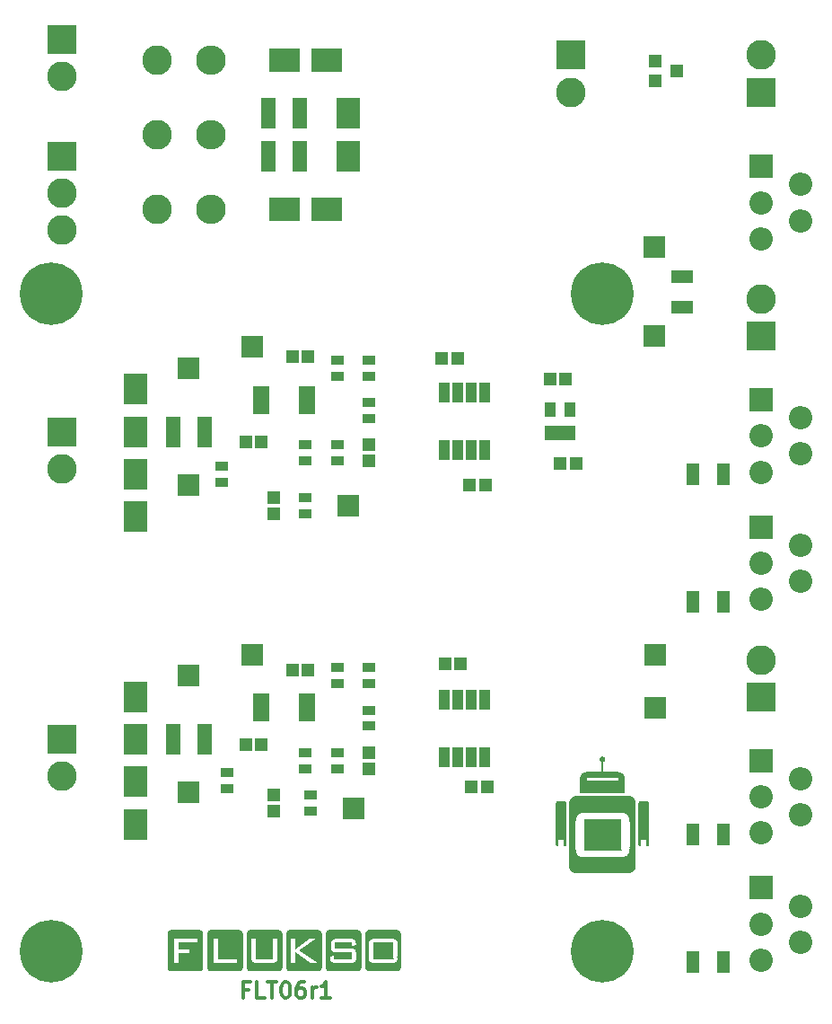
<source format=gts>
%TF.GenerationSoftware,KiCad,Pcbnew,4.0.7-e2-6376~58~ubuntu16.04.1*%
%TF.CreationDate,2017-09-12T10:21:48+02:00*%
%TF.ProjectId,flt06,666C7430362E6B696361645F70636200,1*%
%TF.FileFunction,Soldermask,Top*%
%FSLAX46Y46*%
G04 Gerber Fmt 4.6, Leading zero omitted, Abs format (unit mm)*
G04 Created by KiCad (PCBNEW 4.0.7-e2-6376~58~ubuntu16.04.1) date Tue Sep 12 10:21:48 2017*
%MOMM*%
%LPD*%
G01*
G04 APERTURE LIST*
%ADD10C,0.100000*%
%ADD11C,0.300000*%
%ADD12R,2.100000X2.100000*%
%ADD13C,5.900000*%
%ADD14R,1.400000X2.900000*%
%ADD15R,1.150000X1.200000*%
%ADD16R,1.200000X1.150000*%
%ADD17R,2.900000X2.200000*%
%ADD18R,2.200000X2.900000*%
%ADD19C,2.800000*%
%ADD20R,2.800000X2.800000*%
%ADD21O,2.800000X2.800000*%
%ADD22R,1.300000X0.900000*%
%ADD23R,2.100000X1.300000*%
%ADD24R,1.300000X2.100000*%
%ADD25R,1.500000X0.800000*%
%ADD26R,1.000000X1.950000*%
%ADD27R,1.050000X1.460000*%
%ADD28R,2.200000X2.200000*%
%ADD29O,2.200000X2.200000*%
%ADD30R,1.300000X1.200000*%
G04 APERTURE END LIST*
D10*
D11*
X127628573Y-149592857D02*
X127128573Y-149592857D01*
X127128573Y-150378571D02*
X127128573Y-148878571D01*
X127842859Y-148878571D01*
X129128573Y-150378571D02*
X128414287Y-150378571D01*
X128414287Y-148878571D01*
X129414287Y-148878571D02*
X130271430Y-148878571D01*
X129842859Y-150378571D02*
X129842859Y-148878571D01*
X131057144Y-148878571D02*
X131200001Y-148878571D01*
X131342858Y-148950000D01*
X131414287Y-149021429D01*
X131485716Y-149164286D01*
X131557144Y-149450000D01*
X131557144Y-149807143D01*
X131485716Y-150092857D01*
X131414287Y-150235714D01*
X131342858Y-150307143D01*
X131200001Y-150378571D01*
X131057144Y-150378571D01*
X130914287Y-150307143D01*
X130842858Y-150235714D01*
X130771430Y-150092857D01*
X130700001Y-149807143D01*
X130700001Y-149450000D01*
X130771430Y-149164286D01*
X130842858Y-149021429D01*
X130914287Y-148950000D01*
X131057144Y-148878571D01*
X132842858Y-148878571D02*
X132557144Y-148878571D01*
X132414287Y-148950000D01*
X132342858Y-149021429D01*
X132200001Y-149235714D01*
X132128572Y-149521429D01*
X132128572Y-150092857D01*
X132200001Y-150235714D01*
X132271429Y-150307143D01*
X132414287Y-150378571D01*
X132700001Y-150378571D01*
X132842858Y-150307143D01*
X132914287Y-150235714D01*
X132985715Y-150092857D01*
X132985715Y-149735714D01*
X132914287Y-149592857D01*
X132842858Y-149521429D01*
X132700001Y-149450000D01*
X132414287Y-149450000D01*
X132271429Y-149521429D01*
X132200001Y-149592857D01*
X132128572Y-149735714D01*
X133628572Y-150378571D02*
X133628572Y-149378571D01*
X133628572Y-149664286D02*
X133700000Y-149521429D01*
X133771429Y-149450000D01*
X133914286Y-149378571D01*
X134057143Y-149378571D01*
X135342857Y-150378571D02*
X134485714Y-150378571D01*
X134914286Y-150378571D02*
X134914286Y-148878571D01*
X134771429Y-149092857D01*
X134628571Y-149235714D01*
X134485714Y-149307143D01*
D10*
G36*
X163579097Y-136117203D02*
X163603733Y-138580494D01*
X163663701Y-138566009D01*
X163721405Y-138546209D01*
X163776567Y-138521372D01*
X163828911Y-138491775D01*
X163878158Y-138457694D01*
X163924032Y-138419407D01*
X163966254Y-138377190D01*
X164004548Y-138331320D01*
X164038637Y-138282075D01*
X164068242Y-138229731D01*
X164093086Y-138174566D01*
X164112892Y-138116855D01*
X164127383Y-138056876D01*
X164136281Y-137994906D01*
X164139308Y-137931222D01*
X164139308Y-131980477D01*
X164136281Y-131916793D01*
X164127383Y-131854823D01*
X164112892Y-131794843D01*
X164093086Y-131737132D01*
X164068242Y-131681966D01*
X164038637Y-131629622D01*
X164004548Y-131580377D01*
X163966254Y-131534508D01*
X163924032Y-131492291D01*
X163878158Y-131454004D01*
X163828911Y-131419923D01*
X163776567Y-131390326D01*
X163721405Y-131365489D01*
X163663701Y-131345690D01*
X163603733Y-131331204D01*
X163541778Y-131322310D01*
X163478115Y-131319284D01*
X158519166Y-131319284D01*
X158455482Y-131322310D01*
X158393512Y-131331204D01*
X158333533Y-131345690D01*
X158275822Y-131365489D01*
X158220656Y-131390326D01*
X158168312Y-131419923D01*
X158119067Y-131454004D01*
X158073197Y-131492291D01*
X158030981Y-131534508D01*
X157992693Y-131580377D01*
X157958612Y-131629622D01*
X157929015Y-131681966D01*
X157904178Y-131737132D01*
X157884378Y-131794843D01*
X157869893Y-131854823D01*
X157860998Y-131916793D01*
X157857972Y-131980477D01*
X157857972Y-137931222D01*
X157860998Y-137994906D01*
X157869893Y-138056876D01*
X157884378Y-138116855D01*
X157904178Y-138174566D01*
X157929015Y-138229731D01*
X157958612Y-138282075D01*
X157992693Y-138331320D01*
X158030981Y-138377190D01*
X158073197Y-138419407D01*
X158119067Y-138457694D01*
X158168312Y-138491775D01*
X158220656Y-138521372D01*
X158275822Y-138546209D01*
X158333533Y-138566009D01*
X158393512Y-138580494D01*
X158455482Y-138589389D01*
X158519166Y-138592415D01*
X163478115Y-138592415D01*
X163541778Y-138589389D01*
X163603733Y-138580494D01*
X163579097Y-136117203D01*
X162785665Y-136483968D01*
X162785665Y-133528475D01*
X159274762Y-133528475D01*
X159274762Y-136483968D01*
X162785665Y-136483968D01*
X163579097Y-136117203D01*
X163577805Y-136203534D01*
X163573927Y-136285513D01*
X163567465Y-136363141D01*
X163558420Y-136436421D01*
X163546791Y-136505356D01*
X163532581Y-136569947D01*
X163515788Y-136630197D01*
X163496415Y-136686110D01*
X163474461Y-136737686D01*
X163449928Y-136784929D01*
X163422815Y-136827842D01*
X163393124Y-136866426D01*
X163360856Y-136900684D01*
X163325068Y-136931518D01*
X163284820Y-136959880D01*
X163240110Y-136985772D01*
X163190938Y-137009195D01*
X163137304Y-137030149D01*
X163079207Y-137048634D01*
X163016648Y-137064653D01*
X162949624Y-137078205D01*
X162878137Y-137089291D01*
X162802185Y-137097913D01*
X162721769Y-137104070D01*
X162636887Y-137107763D01*
X162547540Y-137108994D01*
X159512626Y-137108994D01*
X159421902Y-137107791D01*
X159335804Y-137104180D01*
X159254335Y-137098162D01*
X159177496Y-137089736D01*
X159105289Y-137078904D01*
X159037714Y-137065664D01*
X158974773Y-137050018D01*
X158916469Y-137031964D01*
X158862801Y-137011504D01*
X158813772Y-136988637D01*
X158769383Y-136963363D01*
X158729636Y-136935682D01*
X158694531Y-136905594D01*
X158662959Y-136872045D01*
X158633920Y-136833980D01*
X158607414Y-136791399D01*
X158583439Y-136744302D01*
X158561994Y-136692690D01*
X158543077Y-136636561D01*
X158526686Y-136575916D01*
X158512821Y-136510755D01*
X158501480Y-136441077D01*
X158492662Y-136366884D01*
X158486365Y-136288173D01*
X158482588Y-136204946D01*
X158481329Y-136117203D01*
X158481329Y-133905295D01*
X158482620Y-133818983D01*
X158486491Y-133736945D01*
X158492944Y-133659182D01*
X158501978Y-133585695D01*
X158513593Y-133516485D01*
X158527789Y-133451553D01*
X158544566Y-133390901D01*
X158563925Y-133334528D01*
X158585865Y-133282436D01*
X158610387Y-133234627D01*
X158637490Y-133191101D01*
X158667174Y-133151859D01*
X158699440Y-133116902D01*
X158735230Y-133085379D01*
X158775483Y-133056373D01*
X158820201Y-133029887D01*
X158869380Y-133005921D01*
X158923021Y-132984474D01*
X158981122Y-132965549D01*
X159043682Y-132949145D01*
X159110700Y-132935263D01*
X159182175Y-132923904D01*
X159258107Y-132915068D01*
X159338493Y-132908756D01*
X159423333Y-132904968D01*
X159512626Y-132903706D01*
X162547540Y-132903706D01*
X162636887Y-132904968D01*
X162721769Y-132908756D01*
X162802185Y-132915068D01*
X162878137Y-132923904D01*
X162949624Y-132935263D01*
X163016648Y-132949145D01*
X163079207Y-132965549D01*
X163137304Y-132984474D01*
X163190938Y-133005921D01*
X163240110Y-133029887D01*
X163284820Y-133056373D01*
X163325068Y-133085379D01*
X163360856Y-133116902D01*
X163393124Y-133151859D01*
X163422815Y-133191101D01*
X163449928Y-133234627D01*
X163474461Y-133282436D01*
X163496415Y-133334528D01*
X163515788Y-133390901D01*
X163532581Y-133451553D01*
X163546791Y-133516485D01*
X163558420Y-133585695D01*
X163567465Y-133659182D01*
X163573927Y-133736945D01*
X163577805Y-133818983D01*
X163579097Y-133905295D01*
X163579097Y-136117203D01*
X163579097Y-136117203D01*
G37*
G36*
X157585300Y-135962889D02*
X157574905Y-136014367D01*
X157546555Y-136056419D01*
X157504505Y-136084779D01*
X157453008Y-136095180D01*
X157345548Y-136095180D01*
X157345386Y-135437876D01*
X157284427Y-135437651D01*
X157101614Y-135437651D01*
X156914672Y-135437651D01*
X156864903Y-135437876D01*
X156864906Y-136095180D01*
X156758477Y-136095180D01*
X156706981Y-136084779D01*
X156664930Y-136056419D01*
X156636581Y-136014367D01*
X156626185Y-135962889D01*
X156626185Y-131977602D01*
X156636581Y-131926106D01*
X156664930Y-131884055D01*
X156706981Y-131855706D01*
X156758477Y-131845311D01*
X157453008Y-131845311D01*
X157504505Y-131855706D01*
X157546555Y-131884055D01*
X157574905Y-131926106D01*
X157585300Y-131977602D01*
X157585300Y-135962889D01*
X157585300Y-135962889D01*
G37*
G36*
X161264663Y-127872168D02*
X161257674Y-127932825D01*
X161237765Y-127988512D01*
X161206528Y-128037639D01*
X161165550Y-128078616D01*
X161116423Y-128109854D01*
X161060737Y-128129762D01*
X161000080Y-128136752D01*
X160939409Y-128129762D01*
X160883717Y-128109854D01*
X160834591Y-128078616D01*
X160793619Y-128037639D01*
X160762387Y-127988512D01*
X160742484Y-127932825D01*
X160735497Y-127872168D01*
X160742484Y-127811512D01*
X160762387Y-127755825D01*
X160793619Y-127706698D01*
X160834591Y-127665721D01*
X160883717Y-127634483D01*
X160939409Y-127614575D01*
X161000080Y-127607585D01*
X161060737Y-127614575D01*
X161116423Y-127634483D01*
X161165550Y-127665721D01*
X161206528Y-127706698D01*
X161237765Y-127755825D01*
X161257674Y-127811512D01*
X161264663Y-127872168D01*
X161264663Y-127872168D01*
G37*
G36*
X162488361Y-129700911D02*
X162467591Y-129074113D01*
X162565859Y-129079376D01*
X162653793Y-129094397D01*
X162731967Y-129118029D01*
X162800956Y-129149125D01*
X162861333Y-129186535D01*
X162913672Y-129229111D01*
X162958548Y-129275707D01*
X162996535Y-129325172D01*
X163028206Y-129376360D01*
X163054137Y-129428122D01*
X163074900Y-129479309D01*
X163091071Y-129528775D01*
X163103223Y-129575370D01*
X163111930Y-129617947D01*
X163117767Y-129655357D01*
X163121307Y-129686452D01*
X163123125Y-129710084D01*
X163123795Y-129725106D01*
X163123890Y-129730368D01*
X163123890Y-131058488D01*
X158876226Y-131058488D01*
X158876226Y-129730368D01*
X158881488Y-129632107D01*
X158896509Y-129544179D01*
X158920142Y-129466010D01*
X158951237Y-129397026D01*
X158988647Y-129336653D01*
X159031224Y-129284318D01*
X159077819Y-129239445D01*
X159127284Y-129201461D01*
X159178472Y-129169791D01*
X159230234Y-129143862D01*
X159281422Y-129123100D01*
X159330887Y-129106931D01*
X159377482Y-129094780D01*
X159420059Y-129086073D01*
X159457469Y-129080237D01*
X159488564Y-129076697D01*
X159512197Y-129074879D01*
X159527218Y-129074209D01*
X159532480Y-129074113D01*
X162467591Y-129074113D01*
X162488361Y-129700911D01*
X162474469Y-129656389D01*
X162437960Y-129624754D01*
X162386585Y-129612717D01*
X159613575Y-129612717D01*
X159562200Y-129624754D01*
X159525691Y-129656389D01*
X159511799Y-129700911D01*
X159511799Y-129789061D01*
X159525691Y-129833595D01*
X159562200Y-129865252D01*
X159613575Y-129877300D01*
X162386585Y-129877300D01*
X162437960Y-129865252D01*
X162474469Y-129833595D01*
X162488361Y-129789061D01*
X162488361Y-129700911D01*
X162488361Y-129700911D01*
G37*
G36*
X161066230Y-129315047D02*
X160933939Y-129315047D01*
X160933939Y-127826766D01*
X161066230Y-127826766D01*
X161066230Y-129315047D01*
X161066230Y-129315047D01*
G37*
G36*
X165373815Y-135963162D02*
X165363419Y-136014640D01*
X165335070Y-136056692D01*
X165293019Y-136085052D01*
X165241523Y-136095454D01*
X165134062Y-136095454D01*
X165133901Y-135438149D01*
X165072942Y-135437924D01*
X164890128Y-135437924D01*
X164703186Y-135437924D01*
X164653417Y-135438149D01*
X164653420Y-136095454D01*
X164546992Y-136095454D01*
X164495495Y-136085052D01*
X164453445Y-136056692D01*
X164425095Y-136014640D01*
X164414700Y-135963162D01*
X164414700Y-131977876D01*
X164425095Y-131926379D01*
X164453445Y-131884329D01*
X164495495Y-131855979D01*
X164546992Y-131845584D01*
X165241523Y-131845584D01*
X165293019Y-131855979D01*
X165335070Y-131884329D01*
X165363419Y-131926379D01*
X165373815Y-131977876D01*
X165373815Y-135963162D01*
X165373815Y-135963162D01*
G37*
G36*
X122815484Y-145138461D02*
X123003726Y-143959760D01*
X120357893Y-143959760D01*
X120294493Y-143965443D01*
X120234816Y-143981828D01*
X120179860Y-144007920D01*
X120130622Y-144042721D01*
X120088099Y-144085238D01*
X120053290Y-144134474D01*
X120027191Y-144189433D01*
X120010800Y-144249120D01*
X120005115Y-144312538D01*
X120005115Y-147487538D01*
X120010800Y-147550954D01*
X120027191Y-147610639D01*
X120053290Y-147665598D01*
X120088099Y-147714834D01*
X120130622Y-147757351D01*
X120179860Y-147792154D01*
X120234816Y-147818247D01*
X120294493Y-147834632D01*
X120357893Y-147840316D01*
X123003726Y-147840316D01*
X123067144Y-147834632D01*
X123126831Y-147818247D01*
X123181790Y-147792154D01*
X123231026Y-147757351D01*
X123273542Y-147714834D01*
X123308344Y-147665598D01*
X123334436Y-147610639D01*
X123350821Y-147550954D01*
X123356504Y-147487538D01*
X123356504Y-144312538D01*
X123350821Y-144249120D01*
X123334436Y-144189433D01*
X123308344Y-144134474D01*
X123273542Y-144085238D01*
X123231026Y-144042721D01*
X123181790Y-144007920D01*
X123126831Y-143981828D01*
X123067144Y-143965443D01*
X123003726Y-143959760D01*
X122815484Y-145138461D01*
X121005707Y-145138461D01*
X121005707Y-145831617D01*
X122026972Y-145831617D01*
X122026972Y-146159797D01*
X121005707Y-146159797D01*
X121005707Y-147048832D01*
X120582374Y-147048832D01*
X120582374Y-144805113D01*
X122815484Y-144805113D01*
X122815484Y-145138461D01*
X122815484Y-145138461D01*
G37*
G36*
X126507317Y-147048836D02*
X126731455Y-143959755D01*
X124085621Y-143959755D01*
X124022203Y-143965438D01*
X123962516Y-143981823D01*
X123907557Y-144007914D01*
X123858322Y-144042716D01*
X123815805Y-144085233D01*
X123781003Y-144134469D01*
X123754911Y-144189428D01*
X123738526Y-144249114D01*
X123732843Y-144312533D01*
X123732843Y-147487533D01*
X123738526Y-147550951D01*
X123754911Y-147610638D01*
X123781003Y-147665597D01*
X123815805Y-147714832D01*
X123858322Y-147757349D01*
X123907557Y-147792151D01*
X123962516Y-147818242D01*
X124022203Y-147834627D01*
X124085621Y-147840310D01*
X126731455Y-147840310D01*
X126794854Y-147834627D01*
X126854531Y-147818242D01*
X126909487Y-147792151D01*
X126958725Y-147757349D01*
X127001248Y-147714832D01*
X127036057Y-147665597D01*
X127062156Y-147610638D01*
X127078547Y-147550951D01*
X127084232Y-147487533D01*
X127084232Y-144312533D01*
X127078547Y-144249114D01*
X127062156Y-144189428D01*
X127036057Y-144134469D01*
X127001248Y-144085233D01*
X126958725Y-144042716D01*
X126909487Y-144007914D01*
X126854531Y-143981823D01*
X126794854Y-143965438D01*
X126731455Y-143959755D01*
X126507317Y-147048836D01*
X124337663Y-147048836D01*
X124337663Y-144805116D01*
X124760997Y-144805116D01*
X124760997Y-146710187D01*
X126507317Y-146710187D01*
X126507317Y-147048836D01*
X126507317Y-147048836D01*
G37*
G36*
X130361346Y-146519669D02*
X130459118Y-143959684D01*
X127813285Y-143959684D01*
X127749885Y-143965368D01*
X127690208Y-143981753D01*
X127635252Y-144007846D01*
X127586014Y-144042649D01*
X127543491Y-144085166D01*
X127508682Y-144134402D01*
X127482583Y-144189361D01*
X127466192Y-144249046D01*
X127460507Y-144312462D01*
X127460507Y-147487533D01*
X127466192Y-147550951D01*
X127482583Y-147610638D01*
X127508682Y-147665597D01*
X127543491Y-147714832D01*
X127586014Y-147757349D01*
X127635252Y-147792151D01*
X127690208Y-147818242D01*
X127749885Y-147834627D01*
X127813285Y-147840310D01*
X130459118Y-147840310D01*
X130522518Y-147834627D01*
X130582194Y-147818242D01*
X130637151Y-147792151D01*
X130686389Y-147757349D01*
X130728911Y-147714832D01*
X130763721Y-147665597D01*
X130789820Y-147610638D01*
X130806211Y-147550951D01*
X130811896Y-147487533D01*
X130811896Y-144312462D01*
X130806211Y-144249046D01*
X130789820Y-144189361D01*
X130763721Y-144134402D01*
X130728911Y-144085166D01*
X130686389Y-144042649D01*
X130637151Y-144007846D01*
X130582194Y-143981753D01*
X130522518Y-143965368D01*
X130459118Y-143959684D01*
X130361346Y-146519669D01*
X130359026Y-146603365D01*
X130352070Y-146679054D01*
X130340480Y-146746744D01*
X130324261Y-146806445D01*
X130303417Y-146858164D01*
X130277951Y-146901911D01*
X130247866Y-146937693D01*
X130211134Y-146967196D01*
X130165904Y-146992152D01*
X130112174Y-147012565D01*
X130049940Y-147028438D01*
X129979200Y-147039772D01*
X129899953Y-147046570D01*
X129812194Y-147048836D01*
X128423414Y-147048836D01*
X128336993Y-147046570D01*
X128258752Y-147039772D01*
X128188698Y-147028438D01*
X128126833Y-147012565D01*
X128073165Y-146992152D01*
X128027696Y-146967196D01*
X127990432Y-146937693D01*
X127959590Y-146901911D01*
X127933503Y-146858164D01*
X127912167Y-146806445D01*
X127895578Y-146746744D01*
X127883734Y-146679054D01*
X127876630Y-146603365D01*
X127874262Y-146519669D01*
X127874262Y-144805116D01*
X128297596Y-144805116D01*
X128297596Y-146715355D01*
X129938012Y-146715355D01*
X129938012Y-144805116D01*
X130361346Y-144805116D01*
X130361346Y-146519669D01*
X130361346Y-146519669D01*
G37*
G36*
X133501068Y-147048836D02*
X131188098Y-147487533D01*
X131193783Y-147550951D01*
X131210174Y-147610638D01*
X131236273Y-147665597D01*
X131271083Y-147714832D01*
X131313605Y-147757349D01*
X131362843Y-147792151D01*
X131417799Y-147818242D01*
X131477476Y-147834627D01*
X131540876Y-147840310D01*
X134186709Y-147840310D01*
X134250109Y-147834627D01*
X134309786Y-147818242D01*
X134364742Y-147792151D01*
X134413980Y-147757349D01*
X134456502Y-147714832D01*
X134491312Y-147665597D01*
X134517411Y-147610638D01*
X134533802Y-147550951D01*
X134539487Y-147487533D01*
X134539487Y-144312533D01*
X134533802Y-144249114D01*
X134517411Y-144189428D01*
X134491312Y-144134469D01*
X134456502Y-144085233D01*
X134413980Y-144042716D01*
X134364742Y-144007914D01*
X134309786Y-143981823D01*
X134250109Y-143965438D01*
X134186709Y-143959755D01*
X131540876Y-143959755D01*
X131477476Y-143965438D01*
X131417799Y-143981823D01*
X131362843Y-144007914D01*
X131313605Y-144042716D01*
X131271083Y-144085233D01*
X131236273Y-144134469D01*
X131210174Y-144189428D01*
X131193783Y-144249114D01*
X131188098Y-144312533D01*
X131188098Y-147487533D01*
X133501068Y-147048836D01*
X132003482Y-146043349D01*
X132003482Y-147048836D01*
X131580149Y-147048836D01*
X131580149Y-144805116D01*
X132003482Y-144805116D01*
X132003482Y-145768155D01*
X133421622Y-144805116D01*
X134009015Y-144805116D01*
X132352750Y-145889908D01*
X134194223Y-147048836D01*
X133501068Y-147048836D01*
X133501068Y-147048836D01*
G37*
G36*
X137785457Y-146517602D02*
X137914371Y-143959760D01*
X135268537Y-143959760D01*
X135205138Y-143965443D01*
X135145461Y-143981828D01*
X135090505Y-144007920D01*
X135041267Y-144042721D01*
X134998744Y-144085238D01*
X134963935Y-144134474D01*
X134937836Y-144189433D01*
X134921445Y-144249120D01*
X134915760Y-144312538D01*
X134915760Y-147487538D01*
X134921445Y-147550954D01*
X134937836Y-147610639D01*
X134963935Y-147665598D01*
X134998744Y-147714834D01*
X135041267Y-147757351D01*
X135090505Y-147792154D01*
X135145461Y-147818247D01*
X135205138Y-147834632D01*
X135268537Y-147840316D01*
X137914371Y-147840316D01*
X137977789Y-147834632D01*
X138037476Y-147818247D01*
X138092435Y-147792154D01*
X138141671Y-147757351D01*
X138184187Y-147714834D01*
X138218989Y-147665598D01*
X138245081Y-147610639D01*
X138261466Y-147550954D01*
X138267149Y-147487538D01*
X138267149Y-144312538D01*
X138261466Y-144249120D01*
X138245081Y-144189433D01*
X138218989Y-144134474D01*
X138184187Y-144085238D01*
X138141671Y-144042721D01*
X138092435Y-144007920D01*
X138037476Y-143981828D01*
X137977789Y-143965443D01*
X137914371Y-143959760D01*
X137785457Y-146517602D01*
X137783133Y-146601591D01*
X137776162Y-146677566D01*
X137764548Y-146745527D01*
X137748292Y-146805472D01*
X137727398Y-146857401D01*
X137701867Y-146901315D01*
X137671704Y-146937213D01*
X137635009Y-146966828D01*
X137590012Y-146991886D01*
X137536711Y-147012388D01*
X137475104Y-147028333D01*
X137405191Y-147039722D01*
X137326971Y-147046555D01*
X137240442Y-147048832D01*
X135875148Y-147048832D01*
X135787171Y-147046597D01*
X135707738Y-147039895D01*
X135636844Y-147028728D01*
X135574485Y-147013101D01*
X135520658Y-146993017D01*
X135475360Y-146968478D01*
X135438585Y-146939489D01*
X135408373Y-146904198D01*
X135382815Y-146860925D01*
X135361910Y-146809670D01*
X135345654Y-146750434D01*
X135334045Y-146683216D01*
X135327082Y-146608016D01*
X135324761Y-146524834D01*
X135324761Y-146461448D01*
X135711168Y-146382073D01*
X135711168Y-146715351D01*
X137404431Y-146715351D01*
X137404431Y-146080422D01*
X135959832Y-146080422D01*
X135873295Y-146078153D01*
X135795058Y-146071347D01*
X135725126Y-146060007D01*
X135663506Y-146044135D01*
X135610203Y-146023733D01*
X135565226Y-145998804D01*
X135528579Y-145969350D01*
X135498390Y-145933582D01*
X135472848Y-145889824D01*
X135451954Y-145838076D01*
X135435704Y-145778338D01*
X135424099Y-145710610D01*
X135417137Y-145634892D01*
X135414817Y-145551185D01*
X135414817Y-145339518D01*
X135417137Y-145254439D01*
X135424099Y-145177561D01*
X135435704Y-145108884D01*
X135451954Y-145048407D01*
X135472848Y-144996132D01*
X135498390Y-144952058D01*
X135528579Y-144916185D01*
X135565226Y-144886708D01*
X135610203Y-144861771D01*
X135663506Y-144841370D01*
X135725126Y-144825505D01*
X135795058Y-144814175D01*
X135873295Y-144807378D01*
X135959832Y-144805113D01*
X137208683Y-144805113D01*
X137291228Y-144807273D01*
X137366537Y-144813752D01*
X137434613Y-144824551D01*
X137495458Y-144839671D01*
X137549074Y-144859109D01*
X137595463Y-144882868D01*
X137634627Y-144910946D01*
X137667617Y-144944767D01*
X137695535Y-144985698D01*
X137718379Y-145033745D01*
X137736148Y-145088914D01*
X137748842Y-145151210D01*
X137756459Y-145220641D01*
X137758999Y-145297211D01*
X137758999Y-145350198D01*
X137372733Y-145434742D01*
X137372733Y-145138461D01*
X135801082Y-145138461D01*
X135801082Y-145715174D01*
X137240442Y-145715174D01*
X137326971Y-145717451D01*
X137405191Y-145724284D01*
X137475104Y-145735673D01*
X137536711Y-145751618D01*
X137590012Y-145772119D01*
X137635009Y-145797177D01*
X137671704Y-145826792D01*
X137701867Y-145862717D01*
X137727398Y-145906649D01*
X137748292Y-145958592D01*
X137764548Y-146018544D01*
X137776162Y-146086508D01*
X137783133Y-146162485D01*
X137785457Y-146246475D01*
X137785457Y-146517602D01*
X137785457Y-146517602D01*
G37*
G36*
X141695985Y-146519669D02*
X141705507Y-147834627D01*
X141765184Y-147818242D01*
X141820140Y-147792151D01*
X141869378Y-147757349D01*
X141911901Y-147714832D01*
X141946710Y-147665597D01*
X141972809Y-147610638D01*
X141989200Y-147550951D01*
X141994885Y-147487533D01*
X141994885Y-144312533D01*
X141989200Y-144249114D01*
X141972809Y-144189428D01*
X141946710Y-144134469D01*
X141911901Y-144085233D01*
X141869378Y-144042716D01*
X141820140Y-144007914D01*
X141765184Y-143981823D01*
X141705507Y-143965438D01*
X141642107Y-143959755D01*
X138996274Y-143959755D01*
X138932856Y-143965438D01*
X138873169Y-143981823D01*
X138818210Y-144007914D01*
X138768974Y-144042716D01*
X138726458Y-144085233D01*
X138691656Y-144134469D01*
X138665564Y-144189428D01*
X138649179Y-144249114D01*
X138643496Y-144312533D01*
X138643496Y-147487533D01*
X138649179Y-147550951D01*
X138665564Y-147610638D01*
X138691656Y-147665597D01*
X138726458Y-147714832D01*
X138768974Y-147757349D01*
X138818210Y-147792151D01*
X138873169Y-147818242D01*
X138932856Y-147834627D01*
X138996274Y-147840310D01*
X141642107Y-147840310D01*
X141705507Y-147834627D01*
X141695985Y-146519669D01*
X141272652Y-146715355D01*
X141272652Y-145138465D01*
X139399420Y-145138465D01*
X139399420Y-146715355D01*
X141272652Y-146715355D01*
X141695985Y-146519669D01*
X141693607Y-146603365D01*
X141686472Y-146679054D01*
X141674584Y-146746744D01*
X141657945Y-146806445D01*
X141636556Y-146858164D01*
X141610421Y-146901911D01*
X141579542Y-146937693D01*
X141542187Y-146967196D01*
X141496622Y-146992152D01*
X141442846Y-147012565D01*
X141380857Y-147028438D01*
X141310654Y-147039772D01*
X141232235Y-147046570D01*
X141145599Y-147048836D01*
X139526332Y-147048836D01*
X139438400Y-147046621D01*
X139358985Y-147039976D01*
X139288093Y-147028902D01*
X139225727Y-147013398D01*
X139171893Y-146993466D01*
X139126595Y-146969104D01*
X139089840Y-146940313D01*
X139059631Y-146905152D01*
X139034084Y-146861681D01*
X139013192Y-146809900D01*
X138996951Y-146749809D01*
X138985356Y-146681406D01*
X138978403Y-146604693D01*
X138976086Y-146519669D01*
X138976086Y-145339513D01*
X138978461Y-145255804D01*
X138985586Y-145179961D01*
X138997460Y-145111988D01*
X139014084Y-145051889D01*
X139035459Y-144999667D01*
X139061584Y-144955326D01*
X139092459Y-144918869D01*
X139129818Y-144888703D01*
X139175390Y-144863172D01*
X139229172Y-144842277D01*
X139291161Y-144826023D01*
X139361353Y-144814409D01*
X139439744Y-144807440D01*
X139526332Y-144805116D01*
X141145599Y-144805116D01*
X141232235Y-144807440D01*
X141310654Y-144814409D01*
X141380857Y-144826023D01*
X141442846Y-144842277D01*
X141496622Y-144863172D01*
X141542187Y-144888703D01*
X141579542Y-144918869D01*
X141610421Y-144955326D01*
X141636556Y-144999667D01*
X141657945Y-145051889D01*
X141674584Y-145111988D01*
X141686472Y-145179961D01*
X141693607Y-145255804D01*
X141695985Y-145339513D01*
X141695985Y-146519669D01*
X141695985Y-146519669D01*
G37*
D12*
X122000000Y-102000000D03*
D13*
X161000000Y-84000000D03*
X161000000Y-146000000D03*
X109000000Y-84000000D03*
X109000000Y-146000000D03*
D14*
X132500000Y-67000000D03*
X129500000Y-67000000D03*
X129500000Y-71000000D03*
X132500000Y-71000000D03*
D15*
X130000000Y-103250000D03*
X130000000Y-104750000D03*
D14*
X120500000Y-97000000D03*
X123500000Y-97000000D03*
D16*
X131750000Y-89900000D03*
X133250000Y-89900000D03*
X145850000Y-90100000D03*
X147350000Y-90100000D03*
X157550000Y-92000000D03*
X156050000Y-92000000D03*
X128850000Y-98000000D03*
X127350000Y-98000000D03*
X149950000Y-102000000D03*
X148450000Y-102000000D03*
X157050000Y-100000000D03*
X158550000Y-100000000D03*
D15*
X139000000Y-99750000D03*
X139000000Y-98250000D03*
X130000000Y-131250000D03*
X130000000Y-132750000D03*
X139000000Y-128750000D03*
X139000000Y-127250000D03*
D16*
X150150000Y-130500000D03*
X148650000Y-130500000D03*
X128850000Y-126500000D03*
X127350000Y-126500000D03*
X146150000Y-118900000D03*
X147650000Y-118900000D03*
D17*
X135000000Y-62000000D03*
X131000000Y-62000000D03*
X131000000Y-76000000D03*
X135000000Y-76000000D03*
D18*
X137000000Y-71000000D03*
X137000000Y-67000000D03*
X117000000Y-93000000D03*
X117000000Y-97000000D03*
X117000000Y-101000000D03*
X117000000Y-105000000D03*
X117000000Y-122000000D03*
X117000000Y-126000000D03*
X117000000Y-130000000D03*
X117000000Y-134000000D03*
D19*
X110000000Y-74500000D03*
X110000000Y-78000000D03*
D20*
X110000000Y-71000000D03*
D19*
X110000000Y-63500000D03*
D20*
X110000000Y-60000000D03*
D19*
X110000000Y-100500000D03*
D20*
X110000000Y-97000000D03*
D19*
X176000000Y-84500000D03*
D20*
X176000000Y-88000000D03*
D19*
X110000000Y-129500000D03*
D20*
X110000000Y-126000000D03*
D19*
X176000000Y-118500000D03*
D20*
X176000000Y-122000000D03*
D12*
X122000000Y-91000000D03*
X128000000Y-89000000D03*
X137000000Y-104000000D03*
X165900000Y-79600000D03*
X165900000Y-88000000D03*
X122000000Y-120000000D03*
X122000000Y-131000000D03*
X128000000Y-118000000D03*
X137500000Y-132500000D03*
X166000000Y-123000000D03*
D19*
X119000000Y-62000000D03*
D21*
X124080000Y-62000000D03*
D19*
X119000000Y-69000000D03*
D21*
X124080000Y-69000000D03*
D19*
X119000000Y-76000000D03*
D21*
X124080000Y-76000000D03*
D22*
X133000000Y-104750000D03*
X133000000Y-103250000D03*
X133000000Y-98250000D03*
X133000000Y-99750000D03*
X136000000Y-99750000D03*
X136000000Y-98250000D03*
X125100000Y-100250000D03*
X125100000Y-101750000D03*
D23*
X168500000Y-82350000D03*
X168500000Y-85250000D03*
D22*
X139000000Y-90250000D03*
X139000000Y-91750000D03*
X139000000Y-94250000D03*
X139000000Y-95750000D03*
X133500000Y-132750000D03*
X133500000Y-131250000D03*
X133000000Y-127250000D03*
X133000000Y-128750000D03*
X136000000Y-128750000D03*
X136000000Y-127250000D03*
X125600000Y-129150000D03*
X125600000Y-130650000D03*
X139000000Y-119250000D03*
X139000000Y-120750000D03*
X139000000Y-123250000D03*
X139000000Y-124750000D03*
D24*
X172450000Y-101000000D03*
X169550000Y-101000000D03*
X172450000Y-113000000D03*
X169550000Y-113000000D03*
X172450000Y-135000000D03*
X169550000Y-135000000D03*
X172450000Y-147000000D03*
X169550000Y-147000000D03*
D25*
X128850000Y-93025000D03*
X128850000Y-93675000D03*
X128850000Y-94325000D03*
X128850000Y-94975000D03*
X133150000Y-94975000D03*
X133150000Y-94325000D03*
X133150000Y-93675000D03*
X133150000Y-93025000D03*
D26*
X146095000Y-98700000D03*
X147365000Y-98700000D03*
X148635000Y-98700000D03*
X149905000Y-98700000D03*
X149905000Y-93300000D03*
X148635000Y-93300000D03*
X147365000Y-93300000D03*
X146095000Y-93300000D03*
D27*
X156050000Y-97100000D03*
X157000000Y-97100000D03*
X157950000Y-97100000D03*
X157950000Y-94900000D03*
X156050000Y-94900000D03*
D25*
X128850000Y-122025000D03*
X128850000Y-122675000D03*
X128850000Y-123325000D03*
X128850000Y-123975000D03*
X133150000Y-123975000D03*
X133150000Y-123325000D03*
X133150000Y-122675000D03*
X133150000Y-122025000D03*
D26*
X149905000Y-122300000D03*
X148635000Y-122300000D03*
X147365000Y-122300000D03*
X146095000Y-122300000D03*
X146095000Y-127700000D03*
X147365000Y-127700000D03*
X148635000Y-127700000D03*
X149905000Y-127700000D03*
D12*
X166000000Y-118000000D03*
D28*
X176000000Y-72000000D03*
D29*
X179700000Y-73700000D03*
X176000000Y-75400000D03*
X179700000Y-77100000D03*
X176000000Y-78800000D03*
D28*
X176000000Y-94000000D03*
D29*
X179700000Y-95700000D03*
X176000000Y-97400000D03*
X179700000Y-99100000D03*
X176000000Y-100800000D03*
D28*
X176000000Y-106000000D03*
D29*
X179700000Y-107700000D03*
X176000000Y-109400000D03*
X179700000Y-111100000D03*
X176000000Y-112800000D03*
D28*
X176000000Y-128000000D03*
D29*
X179700000Y-129700000D03*
X176000000Y-131400000D03*
X179700000Y-133100000D03*
X176000000Y-134800000D03*
D28*
X176000000Y-140000000D03*
D29*
X179700000Y-141700000D03*
X176000000Y-143400000D03*
X179700000Y-145100000D03*
X176000000Y-146800000D03*
D14*
X120500000Y-126000000D03*
X123500000Y-126000000D03*
D16*
X131750000Y-119500000D03*
X133250000Y-119500000D03*
D22*
X136000000Y-91750000D03*
X136000000Y-90250000D03*
X136000000Y-120750000D03*
X136000000Y-119250000D03*
D19*
X158000000Y-65000000D03*
D20*
X158000000Y-61500000D03*
D19*
X176000000Y-61500000D03*
D20*
X176000000Y-65000000D03*
D30*
X166000000Y-62050000D03*
X166000000Y-63950000D03*
X168000000Y-63000000D03*
M02*

</source>
